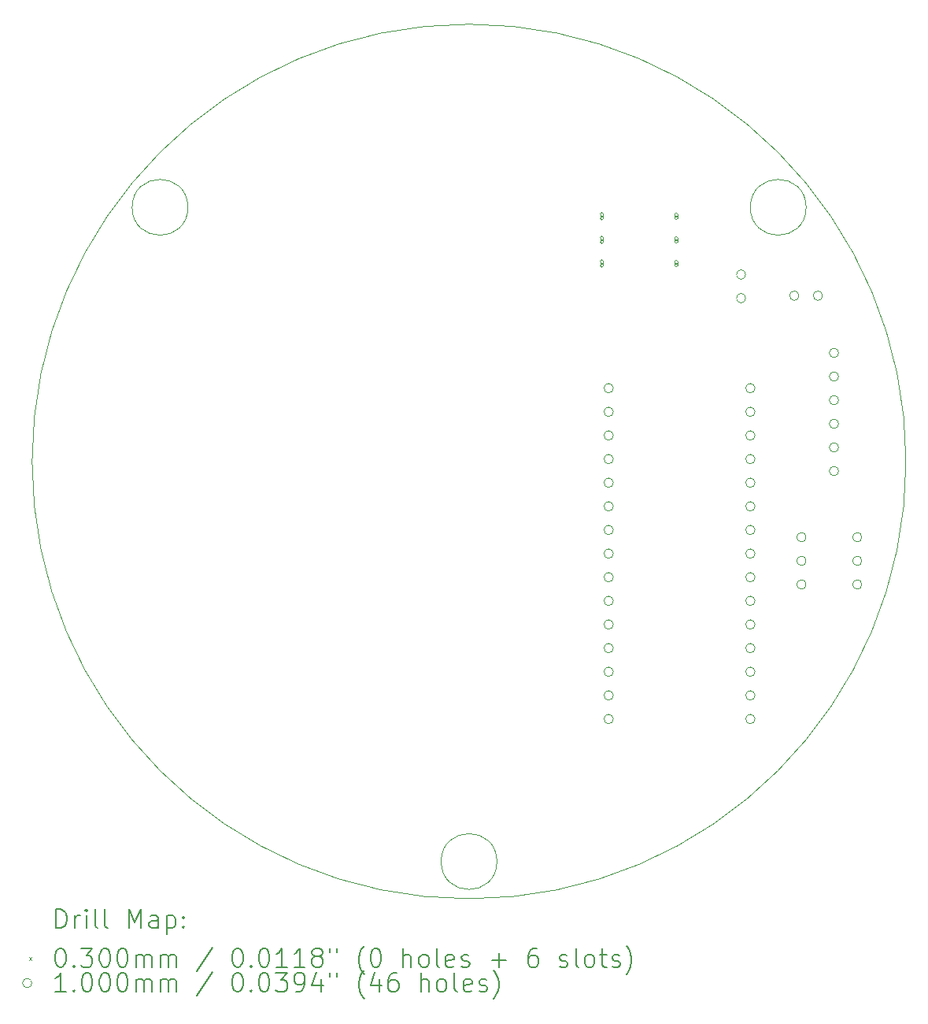
<source format=gbr>
%TF.GenerationSoftware,KiCad,Pcbnew,8.0.1*%
%TF.CreationDate,2024-06-11T18:43:05+02:00*%
%TF.ProjectId,PCB_Plaque_Haute,5043425f-506c-4617-9175-655f48617574,C.Roche*%
%TF.SameCoordinates,Original*%
%TF.FileFunction,Drillmap*%
%TF.FilePolarity,Positive*%
%FSLAX45Y45*%
G04 Gerber Fmt 4.5, Leading zero omitted, Abs format (unit mm)*
G04 Created by KiCad (PCBNEW 8.0.1) date 2024-06-11 18:43:05*
%MOMM*%
%LPD*%
G01*
G04 APERTURE LIST*
%ADD10C,0.100000*%
%ADD11C,0.050000*%
%ADD12C,0.200000*%
G04 APERTURE END LIST*
D10*
X12550000Y-7200000D02*
G75*
G02*
X11950000Y-7200000I-300000J0D01*
G01*
X11950000Y-7200000D02*
G75*
G02*
X12550000Y-7200000I300000J0D01*
G01*
X15874000Y-14232000D02*
G75*
G02*
X15274000Y-14232000I-300000J0D01*
G01*
X15274000Y-14232000D02*
G75*
G02*
X15874000Y-14232000I300000J0D01*
G01*
X19200000Y-7200000D02*
G75*
G02*
X18600000Y-7200000I-300000J0D01*
G01*
X18600000Y-7200000D02*
G75*
G02*
X19200000Y-7200000I300000J0D01*
G01*
D11*
X20274000Y-9932000D02*
G75*
G02*
X10874000Y-9932000I-4700000J0D01*
G01*
X10874000Y-9932000D02*
G75*
G02*
X20274000Y-9932000I4700000J0D01*
G01*
D12*
D10*
X16985000Y-7281000D02*
X17015000Y-7311000D01*
X17015000Y-7281000D02*
X16985000Y-7311000D01*
X17015000Y-7321000D02*
X17015000Y-7271000D01*
X16985000Y-7271000D02*
G75*
G02*
X17015000Y-7271000I15000J0D01*
G01*
X16985000Y-7271000D02*
X16985000Y-7321000D01*
X16985000Y-7321000D02*
G75*
G03*
X17015000Y-7321000I15000J0D01*
G01*
X16985000Y-7535000D02*
X17015000Y-7565000D01*
X17015000Y-7535000D02*
X16985000Y-7565000D01*
X17015000Y-7575000D02*
X17015000Y-7525000D01*
X16985000Y-7525000D02*
G75*
G02*
X17015000Y-7525000I15000J0D01*
G01*
X16985000Y-7525000D02*
X16985000Y-7575000D01*
X16985000Y-7575000D02*
G75*
G03*
X17015000Y-7575000I15000J0D01*
G01*
X16985000Y-7789000D02*
X17015000Y-7819000D01*
X17015000Y-7789000D02*
X16985000Y-7819000D01*
X17015000Y-7829000D02*
X17015000Y-7779000D01*
X16985000Y-7779000D02*
G75*
G02*
X17015000Y-7779000I15000J0D01*
G01*
X16985000Y-7779000D02*
X16985000Y-7829000D01*
X16985000Y-7829000D02*
G75*
G03*
X17015000Y-7829000I15000J0D01*
G01*
X17785000Y-7281000D02*
X17815000Y-7311000D01*
X17815000Y-7281000D02*
X17785000Y-7311000D01*
X17815000Y-7321000D02*
X17815000Y-7271000D01*
X17785000Y-7271000D02*
G75*
G02*
X17815000Y-7271000I15000J0D01*
G01*
X17785000Y-7271000D02*
X17785000Y-7321000D01*
X17785000Y-7321000D02*
G75*
G03*
X17815000Y-7321000I15000J0D01*
G01*
X17785000Y-7535000D02*
X17815000Y-7565000D01*
X17815000Y-7535000D02*
X17785000Y-7565000D01*
X17815000Y-7575000D02*
X17815000Y-7525000D01*
X17785000Y-7525000D02*
G75*
G02*
X17815000Y-7525000I15000J0D01*
G01*
X17785000Y-7525000D02*
X17785000Y-7575000D01*
X17785000Y-7575000D02*
G75*
G03*
X17815000Y-7575000I15000J0D01*
G01*
X17785000Y-7789000D02*
X17815000Y-7819000D01*
X17815000Y-7789000D02*
X17785000Y-7819000D01*
X17815000Y-7829000D02*
X17815000Y-7779000D01*
X17785000Y-7779000D02*
G75*
G02*
X17815000Y-7779000I15000J0D01*
G01*
X17785000Y-7779000D02*
X17785000Y-7829000D01*
X17785000Y-7829000D02*
G75*
G03*
X17815000Y-7829000I15000J0D01*
G01*
X17126000Y-9144000D02*
G75*
G02*
X17026000Y-9144000I-50000J0D01*
G01*
X17026000Y-9144000D02*
G75*
G02*
X17126000Y-9144000I50000J0D01*
G01*
X17126000Y-9398000D02*
G75*
G02*
X17026000Y-9398000I-50000J0D01*
G01*
X17026000Y-9398000D02*
G75*
G02*
X17126000Y-9398000I50000J0D01*
G01*
X17126000Y-9652000D02*
G75*
G02*
X17026000Y-9652000I-50000J0D01*
G01*
X17026000Y-9652000D02*
G75*
G02*
X17126000Y-9652000I50000J0D01*
G01*
X17126000Y-9906000D02*
G75*
G02*
X17026000Y-9906000I-50000J0D01*
G01*
X17026000Y-9906000D02*
G75*
G02*
X17126000Y-9906000I50000J0D01*
G01*
X17126000Y-10160000D02*
G75*
G02*
X17026000Y-10160000I-50000J0D01*
G01*
X17026000Y-10160000D02*
G75*
G02*
X17126000Y-10160000I50000J0D01*
G01*
X17126000Y-10414000D02*
G75*
G02*
X17026000Y-10414000I-50000J0D01*
G01*
X17026000Y-10414000D02*
G75*
G02*
X17126000Y-10414000I50000J0D01*
G01*
X17126000Y-10668000D02*
G75*
G02*
X17026000Y-10668000I-50000J0D01*
G01*
X17026000Y-10668000D02*
G75*
G02*
X17126000Y-10668000I50000J0D01*
G01*
X17126000Y-10922000D02*
G75*
G02*
X17026000Y-10922000I-50000J0D01*
G01*
X17026000Y-10922000D02*
G75*
G02*
X17126000Y-10922000I50000J0D01*
G01*
X17126000Y-11176000D02*
G75*
G02*
X17026000Y-11176000I-50000J0D01*
G01*
X17026000Y-11176000D02*
G75*
G02*
X17126000Y-11176000I50000J0D01*
G01*
X17126000Y-11430000D02*
G75*
G02*
X17026000Y-11430000I-50000J0D01*
G01*
X17026000Y-11430000D02*
G75*
G02*
X17126000Y-11430000I50000J0D01*
G01*
X17126000Y-11684000D02*
G75*
G02*
X17026000Y-11684000I-50000J0D01*
G01*
X17026000Y-11684000D02*
G75*
G02*
X17126000Y-11684000I50000J0D01*
G01*
X17126000Y-11938000D02*
G75*
G02*
X17026000Y-11938000I-50000J0D01*
G01*
X17026000Y-11938000D02*
G75*
G02*
X17126000Y-11938000I50000J0D01*
G01*
X17126000Y-12192000D02*
G75*
G02*
X17026000Y-12192000I-50000J0D01*
G01*
X17026000Y-12192000D02*
G75*
G02*
X17126000Y-12192000I50000J0D01*
G01*
X17126000Y-12446000D02*
G75*
G02*
X17026000Y-12446000I-50000J0D01*
G01*
X17026000Y-12446000D02*
G75*
G02*
X17126000Y-12446000I50000J0D01*
G01*
X17126000Y-12700000D02*
G75*
G02*
X17026000Y-12700000I-50000J0D01*
G01*
X17026000Y-12700000D02*
G75*
G02*
X17126000Y-12700000I50000J0D01*
G01*
X18550000Y-7922500D02*
G75*
G02*
X18450000Y-7922500I-50000J0D01*
G01*
X18450000Y-7922500D02*
G75*
G02*
X18550000Y-7922500I50000J0D01*
G01*
X18550000Y-8176500D02*
G75*
G02*
X18450000Y-8176500I-50000J0D01*
G01*
X18450000Y-8176500D02*
G75*
G02*
X18550000Y-8176500I50000J0D01*
G01*
X18650000Y-9144000D02*
G75*
G02*
X18550000Y-9144000I-50000J0D01*
G01*
X18550000Y-9144000D02*
G75*
G02*
X18650000Y-9144000I50000J0D01*
G01*
X18650000Y-9398000D02*
G75*
G02*
X18550000Y-9398000I-50000J0D01*
G01*
X18550000Y-9398000D02*
G75*
G02*
X18650000Y-9398000I50000J0D01*
G01*
X18650000Y-9652000D02*
G75*
G02*
X18550000Y-9652000I-50000J0D01*
G01*
X18550000Y-9652000D02*
G75*
G02*
X18650000Y-9652000I50000J0D01*
G01*
X18650000Y-9906000D02*
G75*
G02*
X18550000Y-9906000I-50000J0D01*
G01*
X18550000Y-9906000D02*
G75*
G02*
X18650000Y-9906000I50000J0D01*
G01*
X18650000Y-10160000D02*
G75*
G02*
X18550000Y-10160000I-50000J0D01*
G01*
X18550000Y-10160000D02*
G75*
G02*
X18650000Y-10160000I50000J0D01*
G01*
X18650000Y-10414000D02*
G75*
G02*
X18550000Y-10414000I-50000J0D01*
G01*
X18550000Y-10414000D02*
G75*
G02*
X18650000Y-10414000I50000J0D01*
G01*
X18650000Y-10668000D02*
G75*
G02*
X18550000Y-10668000I-50000J0D01*
G01*
X18550000Y-10668000D02*
G75*
G02*
X18650000Y-10668000I50000J0D01*
G01*
X18650000Y-10922000D02*
G75*
G02*
X18550000Y-10922000I-50000J0D01*
G01*
X18550000Y-10922000D02*
G75*
G02*
X18650000Y-10922000I50000J0D01*
G01*
X18650000Y-11176000D02*
G75*
G02*
X18550000Y-11176000I-50000J0D01*
G01*
X18550000Y-11176000D02*
G75*
G02*
X18650000Y-11176000I50000J0D01*
G01*
X18650000Y-11430000D02*
G75*
G02*
X18550000Y-11430000I-50000J0D01*
G01*
X18550000Y-11430000D02*
G75*
G02*
X18650000Y-11430000I50000J0D01*
G01*
X18650000Y-11684000D02*
G75*
G02*
X18550000Y-11684000I-50000J0D01*
G01*
X18550000Y-11684000D02*
G75*
G02*
X18650000Y-11684000I50000J0D01*
G01*
X18650000Y-11938000D02*
G75*
G02*
X18550000Y-11938000I-50000J0D01*
G01*
X18550000Y-11938000D02*
G75*
G02*
X18650000Y-11938000I50000J0D01*
G01*
X18650000Y-12192000D02*
G75*
G02*
X18550000Y-12192000I-50000J0D01*
G01*
X18550000Y-12192000D02*
G75*
G02*
X18650000Y-12192000I50000J0D01*
G01*
X18650000Y-12446000D02*
G75*
G02*
X18550000Y-12446000I-50000J0D01*
G01*
X18550000Y-12446000D02*
G75*
G02*
X18650000Y-12446000I50000J0D01*
G01*
X18650000Y-12700000D02*
G75*
G02*
X18550000Y-12700000I-50000J0D01*
G01*
X18550000Y-12700000D02*
G75*
G02*
X18650000Y-12700000I50000J0D01*
G01*
X19122500Y-8150000D02*
G75*
G02*
X19022500Y-8150000I-50000J0D01*
G01*
X19022500Y-8150000D02*
G75*
G02*
X19122500Y-8150000I50000J0D01*
G01*
X19200000Y-10746000D02*
G75*
G02*
X19100000Y-10746000I-50000J0D01*
G01*
X19100000Y-10746000D02*
G75*
G02*
X19200000Y-10746000I50000J0D01*
G01*
X19200000Y-11000000D02*
G75*
G02*
X19100000Y-11000000I-50000J0D01*
G01*
X19100000Y-11000000D02*
G75*
G02*
X19200000Y-11000000I50000J0D01*
G01*
X19200000Y-11254000D02*
G75*
G02*
X19100000Y-11254000I-50000J0D01*
G01*
X19100000Y-11254000D02*
G75*
G02*
X19200000Y-11254000I50000J0D01*
G01*
X19376500Y-8150000D02*
G75*
G02*
X19276500Y-8150000I-50000J0D01*
G01*
X19276500Y-8150000D02*
G75*
G02*
X19376500Y-8150000I50000J0D01*
G01*
X19550000Y-8765000D02*
G75*
G02*
X19450000Y-8765000I-50000J0D01*
G01*
X19450000Y-8765000D02*
G75*
G02*
X19550000Y-8765000I50000J0D01*
G01*
X19550000Y-9019000D02*
G75*
G02*
X19450000Y-9019000I-50000J0D01*
G01*
X19450000Y-9019000D02*
G75*
G02*
X19550000Y-9019000I50000J0D01*
G01*
X19550000Y-9273000D02*
G75*
G02*
X19450000Y-9273000I-50000J0D01*
G01*
X19450000Y-9273000D02*
G75*
G02*
X19550000Y-9273000I50000J0D01*
G01*
X19550000Y-9527000D02*
G75*
G02*
X19450000Y-9527000I-50000J0D01*
G01*
X19450000Y-9527000D02*
G75*
G02*
X19550000Y-9527000I50000J0D01*
G01*
X19550000Y-9781000D02*
G75*
G02*
X19450000Y-9781000I-50000J0D01*
G01*
X19450000Y-9781000D02*
G75*
G02*
X19550000Y-9781000I50000J0D01*
G01*
X19550000Y-10035000D02*
G75*
G02*
X19450000Y-10035000I-50000J0D01*
G01*
X19450000Y-10035000D02*
G75*
G02*
X19550000Y-10035000I50000J0D01*
G01*
X19800000Y-10746000D02*
G75*
G02*
X19700000Y-10746000I-50000J0D01*
G01*
X19700000Y-10746000D02*
G75*
G02*
X19800000Y-10746000I50000J0D01*
G01*
X19800000Y-11000000D02*
G75*
G02*
X19700000Y-11000000I-50000J0D01*
G01*
X19700000Y-11000000D02*
G75*
G02*
X19800000Y-11000000I50000J0D01*
G01*
X19800000Y-11254000D02*
G75*
G02*
X19700000Y-11254000I-50000J0D01*
G01*
X19700000Y-11254000D02*
G75*
G02*
X19800000Y-11254000I50000J0D01*
G01*
D12*
X11132277Y-14945984D02*
X11132277Y-14745984D01*
X11132277Y-14745984D02*
X11179896Y-14745984D01*
X11179896Y-14745984D02*
X11208467Y-14755508D01*
X11208467Y-14755508D02*
X11227515Y-14774555D01*
X11227515Y-14774555D02*
X11237039Y-14793603D01*
X11237039Y-14793603D02*
X11246562Y-14831698D01*
X11246562Y-14831698D02*
X11246562Y-14860269D01*
X11246562Y-14860269D02*
X11237039Y-14898365D01*
X11237039Y-14898365D02*
X11227515Y-14917412D01*
X11227515Y-14917412D02*
X11208467Y-14936460D01*
X11208467Y-14936460D02*
X11179896Y-14945984D01*
X11179896Y-14945984D02*
X11132277Y-14945984D01*
X11332277Y-14945984D02*
X11332277Y-14812650D01*
X11332277Y-14850746D02*
X11341801Y-14831698D01*
X11341801Y-14831698D02*
X11351324Y-14822174D01*
X11351324Y-14822174D02*
X11370372Y-14812650D01*
X11370372Y-14812650D02*
X11389420Y-14812650D01*
X11456086Y-14945984D02*
X11456086Y-14812650D01*
X11456086Y-14745984D02*
X11446562Y-14755508D01*
X11446562Y-14755508D02*
X11456086Y-14765031D01*
X11456086Y-14765031D02*
X11465610Y-14755508D01*
X11465610Y-14755508D02*
X11456086Y-14745984D01*
X11456086Y-14745984D02*
X11456086Y-14765031D01*
X11579896Y-14945984D02*
X11560848Y-14936460D01*
X11560848Y-14936460D02*
X11551324Y-14917412D01*
X11551324Y-14917412D02*
X11551324Y-14745984D01*
X11684658Y-14945984D02*
X11665610Y-14936460D01*
X11665610Y-14936460D02*
X11656086Y-14917412D01*
X11656086Y-14917412D02*
X11656086Y-14745984D01*
X11913229Y-14945984D02*
X11913229Y-14745984D01*
X11913229Y-14745984D02*
X11979896Y-14888841D01*
X11979896Y-14888841D02*
X12046562Y-14745984D01*
X12046562Y-14745984D02*
X12046562Y-14945984D01*
X12227515Y-14945984D02*
X12227515Y-14841222D01*
X12227515Y-14841222D02*
X12217991Y-14822174D01*
X12217991Y-14822174D02*
X12198943Y-14812650D01*
X12198943Y-14812650D02*
X12160848Y-14812650D01*
X12160848Y-14812650D02*
X12141801Y-14822174D01*
X12227515Y-14936460D02*
X12208467Y-14945984D01*
X12208467Y-14945984D02*
X12160848Y-14945984D01*
X12160848Y-14945984D02*
X12141801Y-14936460D01*
X12141801Y-14936460D02*
X12132277Y-14917412D01*
X12132277Y-14917412D02*
X12132277Y-14898365D01*
X12132277Y-14898365D02*
X12141801Y-14879317D01*
X12141801Y-14879317D02*
X12160848Y-14869793D01*
X12160848Y-14869793D02*
X12208467Y-14869793D01*
X12208467Y-14869793D02*
X12227515Y-14860269D01*
X12322753Y-14812650D02*
X12322753Y-15012650D01*
X12322753Y-14822174D02*
X12341801Y-14812650D01*
X12341801Y-14812650D02*
X12379896Y-14812650D01*
X12379896Y-14812650D02*
X12398943Y-14822174D01*
X12398943Y-14822174D02*
X12408467Y-14831698D01*
X12408467Y-14831698D02*
X12417991Y-14850746D01*
X12417991Y-14850746D02*
X12417991Y-14907888D01*
X12417991Y-14907888D02*
X12408467Y-14926936D01*
X12408467Y-14926936D02*
X12398943Y-14936460D01*
X12398943Y-14936460D02*
X12379896Y-14945984D01*
X12379896Y-14945984D02*
X12341801Y-14945984D01*
X12341801Y-14945984D02*
X12322753Y-14936460D01*
X12503705Y-14926936D02*
X12513229Y-14936460D01*
X12513229Y-14936460D02*
X12503705Y-14945984D01*
X12503705Y-14945984D02*
X12494182Y-14936460D01*
X12494182Y-14936460D02*
X12503705Y-14926936D01*
X12503705Y-14926936D02*
X12503705Y-14945984D01*
X12503705Y-14822174D02*
X12513229Y-14831698D01*
X12513229Y-14831698D02*
X12503705Y-14841222D01*
X12503705Y-14841222D02*
X12494182Y-14831698D01*
X12494182Y-14831698D02*
X12503705Y-14822174D01*
X12503705Y-14822174D02*
X12503705Y-14841222D01*
D10*
X10841500Y-15259500D02*
X10871500Y-15289500D01*
X10871500Y-15259500D02*
X10841500Y-15289500D01*
D12*
X11170372Y-15165984D02*
X11189420Y-15165984D01*
X11189420Y-15165984D02*
X11208467Y-15175508D01*
X11208467Y-15175508D02*
X11217991Y-15185031D01*
X11217991Y-15185031D02*
X11227515Y-15204079D01*
X11227515Y-15204079D02*
X11237039Y-15242174D01*
X11237039Y-15242174D02*
X11237039Y-15289793D01*
X11237039Y-15289793D02*
X11227515Y-15327888D01*
X11227515Y-15327888D02*
X11217991Y-15346936D01*
X11217991Y-15346936D02*
X11208467Y-15356460D01*
X11208467Y-15356460D02*
X11189420Y-15365984D01*
X11189420Y-15365984D02*
X11170372Y-15365984D01*
X11170372Y-15365984D02*
X11151324Y-15356460D01*
X11151324Y-15356460D02*
X11141801Y-15346936D01*
X11141801Y-15346936D02*
X11132277Y-15327888D01*
X11132277Y-15327888D02*
X11122753Y-15289793D01*
X11122753Y-15289793D02*
X11122753Y-15242174D01*
X11122753Y-15242174D02*
X11132277Y-15204079D01*
X11132277Y-15204079D02*
X11141801Y-15185031D01*
X11141801Y-15185031D02*
X11151324Y-15175508D01*
X11151324Y-15175508D02*
X11170372Y-15165984D01*
X11322753Y-15346936D02*
X11332277Y-15356460D01*
X11332277Y-15356460D02*
X11322753Y-15365984D01*
X11322753Y-15365984D02*
X11313229Y-15356460D01*
X11313229Y-15356460D02*
X11322753Y-15346936D01*
X11322753Y-15346936D02*
X11322753Y-15365984D01*
X11398943Y-15165984D02*
X11522753Y-15165984D01*
X11522753Y-15165984D02*
X11456086Y-15242174D01*
X11456086Y-15242174D02*
X11484658Y-15242174D01*
X11484658Y-15242174D02*
X11503705Y-15251698D01*
X11503705Y-15251698D02*
X11513229Y-15261222D01*
X11513229Y-15261222D02*
X11522753Y-15280269D01*
X11522753Y-15280269D02*
X11522753Y-15327888D01*
X11522753Y-15327888D02*
X11513229Y-15346936D01*
X11513229Y-15346936D02*
X11503705Y-15356460D01*
X11503705Y-15356460D02*
X11484658Y-15365984D01*
X11484658Y-15365984D02*
X11427515Y-15365984D01*
X11427515Y-15365984D02*
X11408467Y-15356460D01*
X11408467Y-15356460D02*
X11398943Y-15346936D01*
X11646562Y-15165984D02*
X11665610Y-15165984D01*
X11665610Y-15165984D02*
X11684658Y-15175508D01*
X11684658Y-15175508D02*
X11694182Y-15185031D01*
X11694182Y-15185031D02*
X11703705Y-15204079D01*
X11703705Y-15204079D02*
X11713229Y-15242174D01*
X11713229Y-15242174D02*
X11713229Y-15289793D01*
X11713229Y-15289793D02*
X11703705Y-15327888D01*
X11703705Y-15327888D02*
X11694182Y-15346936D01*
X11694182Y-15346936D02*
X11684658Y-15356460D01*
X11684658Y-15356460D02*
X11665610Y-15365984D01*
X11665610Y-15365984D02*
X11646562Y-15365984D01*
X11646562Y-15365984D02*
X11627515Y-15356460D01*
X11627515Y-15356460D02*
X11617991Y-15346936D01*
X11617991Y-15346936D02*
X11608467Y-15327888D01*
X11608467Y-15327888D02*
X11598943Y-15289793D01*
X11598943Y-15289793D02*
X11598943Y-15242174D01*
X11598943Y-15242174D02*
X11608467Y-15204079D01*
X11608467Y-15204079D02*
X11617991Y-15185031D01*
X11617991Y-15185031D02*
X11627515Y-15175508D01*
X11627515Y-15175508D02*
X11646562Y-15165984D01*
X11837039Y-15165984D02*
X11856086Y-15165984D01*
X11856086Y-15165984D02*
X11875134Y-15175508D01*
X11875134Y-15175508D02*
X11884658Y-15185031D01*
X11884658Y-15185031D02*
X11894182Y-15204079D01*
X11894182Y-15204079D02*
X11903705Y-15242174D01*
X11903705Y-15242174D02*
X11903705Y-15289793D01*
X11903705Y-15289793D02*
X11894182Y-15327888D01*
X11894182Y-15327888D02*
X11884658Y-15346936D01*
X11884658Y-15346936D02*
X11875134Y-15356460D01*
X11875134Y-15356460D02*
X11856086Y-15365984D01*
X11856086Y-15365984D02*
X11837039Y-15365984D01*
X11837039Y-15365984D02*
X11817991Y-15356460D01*
X11817991Y-15356460D02*
X11808467Y-15346936D01*
X11808467Y-15346936D02*
X11798943Y-15327888D01*
X11798943Y-15327888D02*
X11789420Y-15289793D01*
X11789420Y-15289793D02*
X11789420Y-15242174D01*
X11789420Y-15242174D02*
X11798943Y-15204079D01*
X11798943Y-15204079D02*
X11808467Y-15185031D01*
X11808467Y-15185031D02*
X11817991Y-15175508D01*
X11817991Y-15175508D02*
X11837039Y-15165984D01*
X11989420Y-15365984D02*
X11989420Y-15232650D01*
X11989420Y-15251698D02*
X11998943Y-15242174D01*
X11998943Y-15242174D02*
X12017991Y-15232650D01*
X12017991Y-15232650D02*
X12046563Y-15232650D01*
X12046563Y-15232650D02*
X12065610Y-15242174D01*
X12065610Y-15242174D02*
X12075134Y-15261222D01*
X12075134Y-15261222D02*
X12075134Y-15365984D01*
X12075134Y-15261222D02*
X12084658Y-15242174D01*
X12084658Y-15242174D02*
X12103705Y-15232650D01*
X12103705Y-15232650D02*
X12132277Y-15232650D01*
X12132277Y-15232650D02*
X12151324Y-15242174D01*
X12151324Y-15242174D02*
X12160848Y-15261222D01*
X12160848Y-15261222D02*
X12160848Y-15365984D01*
X12256086Y-15365984D02*
X12256086Y-15232650D01*
X12256086Y-15251698D02*
X12265610Y-15242174D01*
X12265610Y-15242174D02*
X12284658Y-15232650D01*
X12284658Y-15232650D02*
X12313229Y-15232650D01*
X12313229Y-15232650D02*
X12332277Y-15242174D01*
X12332277Y-15242174D02*
X12341801Y-15261222D01*
X12341801Y-15261222D02*
X12341801Y-15365984D01*
X12341801Y-15261222D02*
X12351324Y-15242174D01*
X12351324Y-15242174D02*
X12370372Y-15232650D01*
X12370372Y-15232650D02*
X12398943Y-15232650D01*
X12398943Y-15232650D02*
X12417991Y-15242174D01*
X12417991Y-15242174D02*
X12427515Y-15261222D01*
X12427515Y-15261222D02*
X12427515Y-15365984D01*
X12817991Y-15156460D02*
X12646563Y-15413603D01*
X13075134Y-15165984D02*
X13094182Y-15165984D01*
X13094182Y-15165984D02*
X13113229Y-15175508D01*
X13113229Y-15175508D02*
X13122753Y-15185031D01*
X13122753Y-15185031D02*
X13132277Y-15204079D01*
X13132277Y-15204079D02*
X13141801Y-15242174D01*
X13141801Y-15242174D02*
X13141801Y-15289793D01*
X13141801Y-15289793D02*
X13132277Y-15327888D01*
X13132277Y-15327888D02*
X13122753Y-15346936D01*
X13122753Y-15346936D02*
X13113229Y-15356460D01*
X13113229Y-15356460D02*
X13094182Y-15365984D01*
X13094182Y-15365984D02*
X13075134Y-15365984D01*
X13075134Y-15365984D02*
X13056086Y-15356460D01*
X13056086Y-15356460D02*
X13046563Y-15346936D01*
X13046563Y-15346936D02*
X13037039Y-15327888D01*
X13037039Y-15327888D02*
X13027515Y-15289793D01*
X13027515Y-15289793D02*
X13027515Y-15242174D01*
X13027515Y-15242174D02*
X13037039Y-15204079D01*
X13037039Y-15204079D02*
X13046563Y-15185031D01*
X13046563Y-15185031D02*
X13056086Y-15175508D01*
X13056086Y-15175508D02*
X13075134Y-15165984D01*
X13227515Y-15346936D02*
X13237039Y-15356460D01*
X13237039Y-15356460D02*
X13227515Y-15365984D01*
X13227515Y-15365984D02*
X13217991Y-15356460D01*
X13217991Y-15356460D02*
X13227515Y-15346936D01*
X13227515Y-15346936D02*
X13227515Y-15365984D01*
X13360848Y-15165984D02*
X13379896Y-15165984D01*
X13379896Y-15165984D02*
X13398944Y-15175508D01*
X13398944Y-15175508D02*
X13408467Y-15185031D01*
X13408467Y-15185031D02*
X13417991Y-15204079D01*
X13417991Y-15204079D02*
X13427515Y-15242174D01*
X13427515Y-15242174D02*
X13427515Y-15289793D01*
X13427515Y-15289793D02*
X13417991Y-15327888D01*
X13417991Y-15327888D02*
X13408467Y-15346936D01*
X13408467Y-15346936D02*
X13398944Y-15356460D01*
X13398944Y-15356460D02*
X13379896Y-15365984D01*
X13379896Y-15365984D02*
X13360848Y-15365984D01*
X13360848Y-15365984D02*
X13341801Y-15356460D01*
X13341801Y-15356460D02*
X13332277Y-15346936D01*
X13332277Y-15346936D02*
X13322753Y-15327888D01*
X13322753Y-15327888D02*
X13313229Y-15289793D01*
X13313229Y-15289793D02*
X13313229Y-15242174D01*
X13313229Y-15242174D02*
X13322753Y-15204079D01*
X13322753Y-15204079D02*
X13332277Y-15185031D01*
X13332277Y-15185031D02*
X13341801Y-15175508D01*
X13341801Y-15175508D02*
X13360848Y-15165984D01*
X13617991Y-15365984D02*
X13503706Y-15365984D01*
X13560848Y-15365984D02*
X13560848Y-15165984D01*
X13560848Y-15165984D02*
X13541801Y-15194555D01*
X13541801Y-15194555D02*
X13522753Y-15213603D01*
X13522753Y-15213603D02*
X13503706Y-15223127D01*
X13808467Y-15365984D02*
X13694182Y-15365984D01*
X13751325Y-15365984D02*
X13751325Y-15165984D01*
X13751325Y-15165984D02*
X13732277Y-15194555D01*
X13732277Y-15194555D02*
X13713229Y-15213603D01*
X13713229Y-15213603D02*
X13694182Y-15223127D01*
X13922753Y-15251698D02*
X13903706Y-15242174D01*
X13903706Y-15242174D02*
X13894182Y-15232650D01*
X13894182Y-15232650D02*
X13884658Y-15213603D01*
X13884658Y-15213603D02*
X13884658Y-15204079D01*
X13884658Y-15204079D02*
X13894182Y-15185031D01*
X13894182Y-15185031D02*
X13903706Y-15175508D01*
X13903706Y-15175508D02*
X13922753Y-15165984D01*
X13922753Y-15165984D02*
X13960848Y-15165984D01*
X13960848Y-15165984D02*
X13979896Y-15175508D01*
X13979896Y-15175508D02*
X13989420Y-15185031D01*
X13989420Y-15185031D02*
X13998944Y-15204079D01*
X13998944Y-15204079D02*
X13998944Y-15213603D01*
X13998944Y-15213603D02*
X13989420Y-15232650D01*
X13989420Y-15232650D02*
X13979896Y-15242174D01*
X13979896Y-15242174D02*
X13960848Y-15251698D01*
X13960848Y-15251698D02*
X13922753Y-15251698D01*
X13922753Y-15251698D02*
X13903706Y-15261222D01*
X13903706Y-15261222D02*
X13894182Y-15270746D01*
X13894182Y-15270746D02*
X13884658Y-15289793D01*
X13884658Y-15289793D02*
X13884658Y-15327888D01*
X13884658Y-15327888D02*
X13894182Y-15346936D01*
X13894182Y-15346936D02*
X13903706Y-15356460D01*
X13903706Y-15356460D02*
X13922753Y-15365984D01*
X13922753Y-15365984D02*
X13960848Y-15365984D01*
X13960848Y-15365984D02*
X13979896Y-15356460D01*
X13979896Y-15356460D02*
X13989420Y-15346936D01*
X13989420Y-15346936D02*
X13998944Y-15327888D01*
X13998944Y-15327888D02*
X13998944Y-15289793D01*
X13998944Y-15289793D02*
X13989420Y-15270746D01*
X13989420Y-15270746D02*
X13979896Y-15261222D01*
X13979896Y-15261222D02*
X13960848Y-15251698D01*
X14075134Y-15165984D02*
X14075134Y-15204079D01*
X14151325Y-15165984D02*
X14151325Y-15204079D01*
X14446563Y-15442174D02*
X14437039Y-15432650D01*
X14437039Y-15432650D02*
X14417991Y-15404079D01*
X14417991Y-15404079D02*
X14408468Y-15385031D01*
X14408468Y-15385031D02*
X14398944Y-15356460D01*
X14398944Y-15356460D02*
X14389420Y-15308841D01*
X14389420Y-15308841D02*
X14389420Y-15270746D01*
X14389420Y-15270746D02*
X14398944Y-15223127D01*
X14398944Y-15223127D02*
X14408468Y-15194555D01*
X14408468Y-15194555D02*
X14417991Y-15175508D01*
X14417991Y-15175508D02*
X14437039Y-15146936D01*
X14437039Y-15146936D02*
X14446563Y-15137412D01*
X14560848Y-15165984D02*
X14579896Y-15165984D01*
X14579896Y-15165984D02*
X14598944Y-15175508D01*
X14598944Y-15175508D02*
X14608468Y-15185031D01*
X14608468Y-15185031D02*
X14617991Y-15204079D01*
X14617991Y-15204079D02*
X14627515Y-15242174D01*
X14627515Y-15242174D02*
X14627515Y-15289793D01*
X14627515Y-15289793D02*
X14617991Y-15327888D01*
X14617991Y-15327888D02*
X14608468Y-15346936D01*
X14608468Y-15346936D02*
X14598944Y-15356460D01*
X14598944Y-15356460D02*
X14579896Y-15365984D01*
X14579896Y-15365984D02*
X14560848Y-15365984D01*
X14560848Y-15365984D02*
X14541801Y-15356460D01*
X14541801Y-15356460D02*
X14532277Y-15346936D01*
X14532277Y-15346936D02*
X14522753Y-15327888D01*
X14522753Y-15327888D02*
X14513229Y-15289793D01*
X14513229Y-15289793D02*
X14513229Y-15242174D01*
X14513229Y-15242174D02*
X14522753Y-15204079D01*
X14522753Y-15204079D02*
X14532277Y-15185031D01*
X14532277Y-15185031D02*
X14541801Y-15175508D01*
X14541801Y-15175508D02*
X14560848Y-15165984D01*
X14865610Y-15365984D02*
X14865610Y-15165984D01*
X14951325Y-15365984D02*
X14951325Y-15261222D01*
X14951325Y-15261222D02*
X14941801Y-15242174D01*
X14941801Y-15242174D02*
X14922753Y-15232650D01*
X14922753Y-15232650D02*
X14894182Y-15232650D01*
X14894182Y-15232650D02*
X14875134Y-15242174D01*
X14875134Y-15242174D02*
X14865610Y-15251698D01*
X15075134Y-15365984D02*
X15056087Y-15356460D01*
X15056087Y-15356460D02*
X15046563Y-15346936D01*
X15046563Y-15346936D02*
X15037039Y-15327888D01*
X15037039Y-15327888D02*
X15037039Y-15270746D01*
X15037039Y-15270746D02*
X15046563Y-15251698D01*
X15046563Y-15251698D02*
X15056087Y-15242174D01*
X15056087Y-15242174D02*
X15075134Y-15232650D01*
X15075134Y-15232650D02*
X15103706Y-15232650D01*
X15103706Y-15232650D02*
X15122753Y-15242174D01*
X15122753Y-15242174D02*
X15132277Y-15251698D01*
X15132277Y-15251698D02*
X15141801Y-15270746D01*
X15141801Y-15270746D02*
X15141801Y-15327888D01*
X15141801Y-15327888D02*
X15132277Y-15346936D01*
X15132277Y-15346936D02*
X15122753Y-15356460D01*
X15122753Y-15356460D02*
X15103706Y-15365984D01*
X15103706Y-15365984D02*
X15075134Y-15365984D01*
X15256087Y-15365984D02*
X15237039Y-15356460D01*
X15237039Y-15356460D02*
X15227515Y-15337412D01*
X15227515Y-15337412D02*
X15227515Y-15165984D01*
X15408468Y-15356460D02*
X15389420Y-15365984D01*
X15389420Y-15365984D02*
X15351325Y-15365984D01*
X15351325Y-15365984D02*
X15332277Y-15356460D01*
X15332277Y-15356460D02*
X15322753Y-15337412D01*
X15322753Y-15337412D02*
X15322753Y-15261222D01*
X15322753Y-15261222D02*
X15332277Y-15242174D01*
X15332277Y-15242174D02*
X15351325Y-15232650D01*
X15351325Y-15232650D02*
X15389420Y-15232650D01*
X15389420Y-15232650D02*
X15408468Y-15242174D01*
X15408468Y-15242174D02*
X15417991Y-15261222D01*
X15417991Y-15261222D02*
X15417991Y-15280269D01*
X15417991Y-15280269D02*
X15322753Y-15299317D01*
X15494182Y-15356460D02*
X15513230Y-15365984D01*
X15513230Y-15365984D02*
X15551325Y-15365984D01*
X15551325Y-15365984D02*
X15570372Y-15356460D01*
X15570372Y-15356460D02*
X15579896Y-15337412D01*
X15579896Y-15337412D02*
X15579896Y-15327888D01*
X15579896Y-15327888D02*
X15570372Y-15308841D01*
X15570372Y-15308841D02*
X15551325Y-15299317D01*
X15551325Y-15299317D02*
X15522753Y-15299317D01*
X15522753Y-15299317D02*
X15503706Y-15289793D01*
X15503706Y-15289793D02*
X15494182Y-15270746D01*
X15494182Y-15270746D02*
X15494182Y-15261222D01*
X15494182Y-15261222D02*
X15503706Y-15242174D01*
X15503706Y-15242174D02*
X15522753Y-15232650D01*
X15522753Y-15232650D02*
X15551325Y-15232650D01*
X15551325Y-15232650D02*
X15570372Y-15242174D01*
X15817992Y-15289793D02*
X15970373Y-15289793D01*
X15894182Y-15365984D02*
X15894182Y-15213603D01*
X16303706Y-15165984D02*
X16265611Y-15165984D01*
X16265611Y-15165984D02*
X16246563Y-15175508D01*
X16246563Y-15175508D02*
X16237039Y-15185031D01*
X16237039Y-15185031D02*
X16217992Y-15213603D01*
X16217992Y-15213603D02*
X16208468Y-15251698D01*
X16208468Y-15251698D02*
X16208468Y-15327888D01*
X16208468Y-15327888D02*
X16217992Y-15346936D01*
X16217992Y-15346936D02*
X16227515Y-15356460D01*
X16227515Y-15356460D02*
X16246563Y-15365984D01*
X16246563Y-15365984D02*
X16284658Y-15365984D01*
X16284658Y-15365984D02*
X16303706Y-15356460D01*
X16303706Y-15356460D02*
X16313230Y-15346936D01*
X16313230Y-15346936D02*
X16322753Y-15327888D01*
X16322753Y-15327888D02*
X16322753Y-15280269D01*
X16322753Y-15280269D02*
X16313230Y-15261222D01*
X16313230Y-15261222D02*
X16303706Y-15251698D01*
X16303706Y-15251698D02*
X16284658Y-15242174D01*
X16284658Y-15242174D02*
X16246563Y-15242174D01*
X16246563Y-15242174D02*
X16227515Y-15251698D01*
X16227515Y-15251698D02*
X16217992Y-15261222D01*
X16217992Y-15261222D02*
X16208468Y-15280269D01*
X16551325Y-15356460D02*
X16570373Y-15365984D01*
X16570373Y-15365984D02*
X16608468Y-15365984D01*
X16608468Y-15365984D02*
X16627515Y-15356460D01*
X16627515Y-15356460D02*
X16637039Y-15337412D01*
X16637039Y-15337412D02*
X16637039Y-15327888D01*
X16637039Y-15327888D02*
X16627515Y-15308841D01*
X16627515Y-15308841D02*
X16608468Y-15299317D01*
X16608468Y-15299317D02*
X16579896Y-15299317D01*
X16579896Y-15299317D02*
X16560849Y-15289793D01*
X16560849Y-15289793D02*
X16551325Y-15270746D01*
X16551325Y-15270746D02*
X16551325Y-15261222D01*
X16551325Y-15261222D02*
X16560849Y-15242174D01*
X16560849Y-15242174D02*
X16579896Y-15232650D01*
X16579896Y-15232650D02*
X16608468Y-15232650D01*
X16608468Y-15232650D02*
X16627515Y-15242174D01*
X16751325Y-15365984D02*
X16732277Y-15356460D01*
X16732277Y-15356460D02*
X16722754Y-15337412D01*
X16722754Y-15337412D02*
X16722754Y-15165984D01*
X16856087Y-15365984D02*
X16837039Y-15356460D01*
X16837039Y-15356460D02*
X16827516Y-15346936D01*
X16827516Y-15346936D02*
X16817992Y-15327888D01*
X16817992Y-15327888D02*
X16817992Y-15270746D01*
X16817992Y-15270746D02*
X16827516Y-15251698D01*
X16827516Y-15251698D02*
X16837039Y-15242174D01*
X16837039Y-15242174D02*
X16856087Y-15232650D01*
X16856087Y-15232650D02*
X16884658Y-15232650D01*
X16884658Y-15232650D02*
X16903706Y-15242174D01*
X16903706Y-15242174D02*
X16913230Y-15251698D01*
X16913230Y-15251698D02*
X16922754Y-15270746D01*
X16922754Y-15270746D02*
X16922754Y-15327888D01*
X16922754Y-15327888D02*
X16913230Y-15346936D01*
X16913230Y-15346936D02*
X16903706Y-15356460D01*
X16903706Y-15356460D02*
X16884658Y-15365984D01*
X16884658Y-15365984D02*
X16856087Y-15365984D01*
X16979897Y-15232650D02*
X17056087Y-15232650D01*
X17008468Y-15165984D02*
X17008468Y-15337412D01*
X17008468Y-15337412D02*
X17017992Y-15356460D01*
X17017992Y-15356460D02*
X17037039Y-15365984D01*
X17037039Y-15365984D02*
X17056087Y-15365984D01*
X17113230Y-15356460D02*
X17132277Y-15365984D01*
X17132277Y-15365984D02*
X17170373Y-15365984D01*
X17170373Y-15365984D02*
X17189420Y-15356460D01*
X17189420Y-15356460D02*
X17198944Y-15337412D01*
X17198944Y-15337412D02*
X17198944Y-15327888D01*
X17198944Y-15327888D02*
X17189420Y-15308841D01*
X17189420Y-15308841D02*
X17170373Y-15299317D01*
X17170373Y-15299317D02*
X17141801Y-15299317D01*
X17141801Y-15299317D02*
X17122754Y-15289793D01*
X17122754Y-15289793D02*
X17113230Y-15270746D01*
X17113230Y-15270746D02*
X17113230Y-15261222D01*
X17113230Y-15261222D02*
X17122754Y-15242174D01*
X17122754Y-15242174D02*
X17141801Y-15232650D01*
X17141801Y-15232650D02*
X17170373Y-15232650D01*
X17170373Y-15232650D02*
X17189420Y-15242174D01*
X17265611Y-15442174D02*
X17275135Y-15432650D01*
X17275135Y-15432650D02*
X17294182Y-15404079D01*
X17294182Y-15404079D02*
X17303706Y-15385031D01*
X17303706Y-15385031D02*
X17313230Y-15356460D01*
X17313230Y-15356460D02*
X17322754Y-15308841D01*
X17322754Y-15308841D02*
X17322754Y-15270746D01*
X17322754Y-15270746D02*
X17313230Y-15223127D01*
X17313230Y-15223127D02*
X17303706Y-15194555D01*
X17303706Y-15194555D02*
X17294182Y-15175508D01*
X17294182Y-15175508D02*
X17275135Y-15146936D01*
X17275135Y-15146936D02*
X17265611Y-15137412D01*
D10*
X10871500Y-15538500D02*
G75*
G02*
X10771500Y-15538500I-50000J0D01*
G01*
X10771500Y-15538500D02*
G75*
G02*
X10871500Y-15538500I50000J0D01*
G01*
D12*
X11237039Y-15629984D02*
X11122753Y-15629984D01*
X11179896Y-15629984D02*
X11179896Y-15429984D01*
X11179896Y-15429984D02*
X11160848Y-15458555D01*
X11160848Y-15458555D02*
X11141801Y-15477603D01*
X11141801Y-15477603D02*
X11122753Y-15487127D01*
X11322753Y-15610936D02*
X11332277Y-15620460D01*
X11332277Y-15620460D02*
X11322753Y-15629984D01*
X11322753Y-15629984D02*
X11313229Y-15620460D01*
X11313229Y-15620460D02*
X11322753Y-15610936D01*
X11322753Y-15610936D02*
X11322753Y-15629984D01*
X11456086Y-15429984D02*
X11475134Y-15429984D01*
X11475134Y-15429984D02*
X11494182Y-15439508D01*
X11494182Y-15439508D02*
X11503705Y-15449031D01*
X11503705Y-15449031D02*
X11513229Y-15468079D01*
X11513229Y-15468079D02*
X11522753Y-15506174D01*
X11522753Y-15506174D02*
X11522753Y-15553793D01*
X11522753Y-15553793D02*
X11513229Y-15591888D01*
X11513229Y-15591888D02*
X11503705Y-15610936D01*
X11503705Y-15610936D02*
X11494182Y-15620460D01*
X11494182Y-15620460D02*
X11475134Y-15629984D01*
X11475134Y-15629984D02*
X11456086Y-15629984D01*
X11456086Y-15629984D02*
X11437039Y-15620460D01*
X11437039Y-15620460D02*
X11427515Y-15610936D01*
X11427515Y-15610936D02*
X11417991Y-15591888D01*
X11417991Y-15591888D02*
X11408467Y-15553793D01*
X11408467Y-15553793D02*
X11408467Y-15506174D01*
X11408467Y-15506174D02*
X11417991Y-15468079D01*
X11417991Y-15468079D02*
X11427515Y-15449031D01*
X11427515Y-15449031D02*
X11437039Y-15439508D01*
X11437039Y-15439508D02*
X11456086Y-15429984D01*
X11646562Y-15429984D02*
X11665610Y-15429984D01*
X11665610Y-15429984D02*
X11684658Y-15439508D01*
X11684658Y-15439508D02*
X11694182Y-15449031D01*
X11694182Y-15449031D02*
X11703705Y-15468079D01*
X11703705Y-15468079D02*
X11713229Y-15506174D01*
X11713229Y-15506174D02*
X11713229Y-15553793D01*
X11713229Y-15553793D02*
X11703705Y-15591888D01*
X11703705Y-15591888D02*
X11694182Y-15610936D01*
X11694182Y-15610936D02*
X11684658Y-15620460D01*
X11684658Y-15620460D02*
X11665610Y-15629984D01*
X11665610Y-15629984D02*
X11646562Y-15629984D01*
X11646562Y-15629984D02*
X11627515Y-15620460D01*
X11627515Y-15620460D02*
X11617991Y-15610936D01*
X11617991Y-15610936D02*
X11608467Y-15591888D01*
X11608467Y-15591888D02*
X11598943Y-15553793D01*
X11598943Y-15553793D02*
X11598943Y-15506174D01*
X11598943Y-15506174D02*
X11608467Y-15468079D01*
X11608467Y-15468079D02*
X11617991Y-15449031D01*
X11617991Y-15449031D02*
X11627515Y-15439508D01*
X11627515Y-15439508D02*
X11646562Y-15429984D01*
X11837039Y-15429984D02*
X11856086Y-15429984D01*
X11856086Y-15429984D02*
X11875134Y-15439508D01*
X11875134Y-15439508D02*
X11884658Y-15449031D01*
X11884658Y-15449031D02*
X11894182Y-15468079D01*
X11894182Y-15468079D02*
X11903705Y-15506174D01*
X11903705Y-15506174D02*
X11903705Y-15553793D01*
X11903705Y-15553793D02*
X11894182Y-15591888D01*
X11894182Y-15591888D02*
X11884658Y-15610936D01*
X11884658Y-15610936D02*
X11875134Y-15620460D01*
X11875134Y-15620460D02*
X11856086Y-15629984D01*
X11856086Y-15629984D02*
X11837039Y-15629984D01*
X11837039Y-15629984D02*
X11817991Y-15620460D01*
X11817991Y-15620460D02*
X11808467Y-15610936D01*
X11808467Y-15610936D02*
X11798943Y-15591888D01*
X11798943Y-15591888D02*
X11789420Y-15553793D01*
X11789420Y-15553793D02*
X11789420Y-15506174D01*
X11789420Y-15506174D02*
X11798943Y-15468079D01*
X11798943Y-15468079D02*
X11808467Y-15449031D01*
X11808467Y-15449031D02*
X11817991Y-15439508D01*
X11817991Y-15439508D02*
X11837039Y-15429984D01*
X11989420Y-15629984D02*
X11989420Y-15496650D01*
X11989420Y-15515698D02*
X11998943Y-15506174D01*
X11998943Y-15506174D02*
X12017991Y-15496650D01*
X12017991Y-15496650D02*
X12046563Y-15496650D01*
X12046563Y-15496650D02*
X12065610Y-15506174D01*
X12065610Y-15506174D02*
X12075134Y-15525222D01*
X12075134Y-15525222D02*
X12075134Y-15629984D01*
X12075134Y-15525222D02*
X12084658Y-15506174D01*
X12084658Y-15506174D02*
X12103705Y-15496650D01*
X12103705Y-15496650D02*
X12132277Y-15496650D01*
X12132277Y-15496650D02*
X12151324Y-15506174D01*
X12151324Y-15506174D02*
X12160848Y-15525222D01*
X12160848Y-15525222D02*
X12160848Y-15629984D01*
X12256086Y-15629984D02*
X12256086Y-15496650D01*
X12256086Y-15515698D02*
X12265610Y-15506174D01*
X12265610Y-15506174D02*
X12284658Y-15496650D01*
X12284658Y-15496650D02*
X12313229Y-15496650D01*
X12313229Y-15496650D02*
X12332277Y-15506174D01*
X12332277Y-15506174D02*
X12341801Y-15525222D01*
X12341801Y-15525222D02*
X12341801Y-15629984D01*
X12341801Y-15525222D02*
X12351324Y-15506174D01*
X12351324Y-15506174D02*
X12370372Y-15496650D01*
X12370372Y-15496650D02*
X12398943Y-15496650D01*
X12398943Y-15496650D02*
X12417991Y-15506174D01*
X12417991Y-15506174D02*
X12427515Y-15525222D01*
X12427515Y-15525222D02*
X12427515Y-15629984D01*
X12817991Y-15420460D02*
X12646563Y-15677603D01*
X13075134Y-15429984D02*
X13094182Y-15429984D01*
X13094182Y-15429984D02*
X13113229Y-15439508D01*
X13113229Y-15439508D02*
X13122753Y-15449031D01*
X13122753Y-15449031D02*
X13132277Y-15468079D01*
X13132277Y-15468079D02*
X13141801Y-15506174D01*
X13141801Y-15506174D02*
X13141801Y-15553793D01*
X13141801Y-15553793D02*
X13132277Y-15591888D01*
X13132277Y-15591888D02*
X13122753Y-15610936D01*
X13122753Y-15610936D02*
X13113229Y-15620460D01*
X13113229Y-15620460D02*
X13094182Y-15629984D01*
X13094182Y-15629984D02*
X13075134Y-15629984D01*
X13075134Y-15629984D02*
X13056086Y-15620460D01*
X13056086Y-15620460D02*
X13046563Y-15610936D01*
X13046563Y-15610936D02*
X13037039Y-15591888D01*
X13037039Y-15591888D02*
X13027515Y-15553793D01*
X13027515Y-15553793D02*
X13027515Y-15506174D01*
X13027515Y-15506174D02*
X13037039Y-15468079D01*
X13037039Y-15468079D02*
X13046563Y-15449031D01*
X13046563Y-15449031D02*
X13056086Y-15439508D01*
X13056086Y-15439508D02*
X13075134Y-15429984D01*
X13227515Y-15610936D02*
X13237039Y-15620460D01*
X13237039Y-15620460D02*
X13227515Y-15629984D01*
X13227515Y-15629984D02*
X13217991Y-15620460D01*
X13217991Y-15620460D02*
X13227515Y-15610936D01*
X13227515Y-15610936D02*
X13227515Y-15629984D01*
X13360848Y-15429984D02*
X13379896Y-15429984D01*
X13379896Y-15429984D02*
X13398944Y-15439508D01*
X13398944Y-15439508D02*
X13408467Y-15449031D01*
X13408467Y-15449031D02*
X13417991Y-15468079D01*
X13417991Y-15468079D02*
X13427515Y-15506174D01*
X13427515Y-15506174D02*
X13427515Y-15553793D01*
X13427515Y-15553793D02*
X13417991Y-15591888D01*
X13417991Y-15591888D02*
X13408467Y-15610936D01*
X13408467Y-15610936D02*
X13398944Y-15620460D01*
X13398944Y-15620460D02*
X13379896Y-15629984D01*
X13379896Y-15629984D02*
X13360848Y-15629984D01*
X13360848Y-15629984D02*
X13341801Y-15620460D01*
X13341801Y-15620460D02*
X13332277Y-15610936D01*
X13332277Y-15610936D02*
X13322753Y-15591888D01*
X13322753Y-15591888D02*
X13313229Y-15553793D01*
X13313229Y-15553793D02*
X13313229Y-15506174D01*
X13313229Y-15506174D02*
X13322753Y-15468079D01*
X13322753Y-15468079D02*
X13332277Y-15449031D01*
X13332277Y-15449031D02*
X13341801Y-15439508D01*
X13341801Y-15439508D02*
X13360848Y-15429984D01*
X13494182Y-15429984D02*
X13617991Y-15429984D01*
X13617991Y-15429984D02*
X13551325Y-15506174D01*
X13551325Y-15506174D02*
X13579896Y-15506174D01*
X13579896Y-15506174D02*
X13598944Y-15515698D01*
X13598944Y-15515698D02*
X13608467Y-15525222D01*
X13608467Y-15525222D02*
X13617991Y-15544269D01*
X13617991Y-15544269D02*
X13617991Y-15591888D01*
X13617991Y-15591888D02*
X13608467Y-15610936D01*
X13608467Y-15610936D02*
X13598944Y-15620460D01*
X13598944Y-15620460D02*
X13579896Y-15629984D01*
X13579896Y-15629984D02*
X13522753Y-15629984D01*
X13522753Y-15629984D02*
X13503706Y-15620460D01*
X13503706Y-15620460D02*
X13494182Y-15610936D01*
X13713229Y-15629984D02*
X13751325Y-15629984D01*
X13751325Y-15629984D02*
X13770372Y-15620460D01*
X13770372Y-15620460D02*
X13779896Y-15610936D01*
X13779896Y-15610936D02*
X13798944Y-15582365D01*
X13798944Y-15582365D02*
X13808467Y-15544269D01*
X13808467Y-15544269D02*
X13808467Y-15468079D01*
X13808467Y-15468079D02*
X13798944Y-15449031D01*
X13798944Y-15449031D02*
X13789420Y-15439508D01*
X13789420Y-15439508D02*
X13770372Y-15429984D01*
X13770372Y-15429984D02*
X13732277Y-15429984D01*
X13732277Y-15429984D02*
X13713229Y-15439508D01*
X13713229Y-15439508D02*
X13703706Y-15449031D01*
X13703706Y-15449031D02*
X13694182Y-15468079D01*
X13694182Y-15468079D02*
X13694182Y-15515698D01*
X13694182Y-15515698D02*
X13703706Y-15534746D01*
X13703706Y-15534746D02*
X13713229Y-15544269D01*
X13713229Y-15544269D02*
X13732277Y-15553793D01*
X13732277Y-15553793D02*
X13770372Y-15553793D01*
X13770372Y-15553793D02*
X13789420Y-15544269D01*
X13789420Y-15544269D02*
X13798944Y-15534746D01*
X13798944Y-15534746D02*
X13808467Y-15515698D01*
X13979896Y-15496650D02*
X13979896Y-15629984D01*
X13932277Y-15420460D02*
X13884658Y-15563317D01*
X13884658Y-15563317D02*
X14008467Y-15563317D01*
X14075134Y-15429984D02*
X14075134Y-15468079D01*
X14151325Y-15429984D02*
X14151325Y-15468079D01*
X14446563Y-15706174D02*
X14437039Y-15696650D01*
X14437039Y-15696650D02*
X14417991Y-15668079D01*
X14417991Y-15668079D02*
X14408468Y-15649031D01*
X14408468Y-15649031D02*
X14398944Y-15620460D01*
X14398944Y-15620460D02*
X14389420Y-15572841D01*
X14389420Y-15572841D02*
X14389420Y-15534746D01*
X14389420Y-15534746D02*
X14398944Y-15487127D01*
X14398944Y-15487127D02*
X14408468Y-15458555D01*
X14408468Y-15458555D02*
X14417991Y-15439508D01*
X14417991Y-15439508D02*
X14437039Y-15410936D01*
X14437039Y-15410936D02*
X14446563Y-15401412D01*
X14608468Y-15496650D02*
X14608468Y-15629984D01*
X14560848Y-15420460D02*
X14513229Y-15563317D01*
X14513229Y-15563317D02*
X14637039Y-15563317D01*
X14798944Y-15429984D02*
X14760848Y-15429984D01*
X14760848Y-15429984D02*
X14741801Y-15439508D01*
X14741801Y-15439508D02*
X14732277Y-15449031D01*
X14732277Y-15449031D02*
X14713229Y-15477603D01*
X14713229Y-15477603D02*
X14703706Y-15515698D01*
X14703706Y-15515698D02*
X14703706Y-15591888D01*
X14703706Y-15591888D02*
X14713229Y-15610936D01*
X14713229Y-15610936D02*
X14722753Y-15620460D01*
X14722753Y-15620460D02*
X14741801Y-15629984D01*
X14741801Y-15629984D02*
X14779896Y-15629984D01*
X14779896Y-15629984D02*
X14798944Y-15620460D01*
X14798944Y-15620460D02*
X14808468Y-15610936D01*
X14808468Y-15610936D02*
X14817991Y-15591888D01*
X14817991Y-15591888D02*
X14817991Y-15544269D01*
X14817991Y-15544269D02*
X14808468Y-15525222D01*
X14808468Y-15525222D02*
X14798944Y-15515698D01*
X14798944Y-15515698D02*
X14779896Y-15506174D01*
X14779896Y-15506174D02*
X14741801Y-15506174D01*
X14741801Y-15506174D02*
X14722753Y-15515698D01*
X14722753Y-15515698D02*
X14713229Y-15525222D01*
X14713229Y-15525222D02*
X14703706Y-15544269D01*
X15056087Y-15629984D02*
X15056087Y-15429984D01*
X15141801Y-15629984D02*
X15141801Y-15525222D01*
X15141801Y-15525222D02*
X15132277Y-15506174D01*
X15132277Y-15506174D02*
X15113230Y-15496650D01*
X15113230Y-15496650D02*
X15084658Y-15496650D01*
X15084658Y-15496650D02*
X15065610Y-15506174D01*
X15065610Y-15506174D02*
X15056087Y-15515698D01*
X15265610Y-15629984D02*
X15246563Y-15620460D01*
X15246563Y-15620460D02*
X15237039Y-15610936D01*
X15237039Y-15610936D02*
X15227515Y-15591888D01*
X15227515Y-15591888D02*
X15227515Y-15534746D01*
X15227515Y-15534746D02*
X15237039Y-15515698D01*
X15237039Y-15515698D02*
X15246563Y-15506174D01*
X15246563Y-15506174D02*
X15265610Y-15496650D01*
X15265610Y-15496650D02*
X15294182Y-15496650D01*
X15294182Y-15496650D02*
X15313230Y-15506174D01*
X15313230Y-15506174D02*
X15322753Y-15515698D01*
X15322753Y-15515698D02*
X15332277Y-15534746D01*
X15332277Y-15534746D02*
X15332277Y-15591888D01*
X15332277Y-15591888D02*
X15322753Y-15610936D01*
X15322753Y-15610936D02*
X15313230Y-15620460D01*
X15313230Y-15620460D02*
X15294182Y-15629984D01*
X15294182Y-15629984D02*
X15265610Y-15629984D01*
X15446563Y-15629984D02*
X15427515Y-15620460D01*
X15427515Y-15620460D02*
X15417991Y-15601412D01*
X15417991Y-15601412D02*
X15417991Y-15429984D01*
X15598944Y-15620460D02*
X15579896Y-15629984D01*
X15579896Y-15629984D02*
X15541801Y-15629984D01*
X15541801Y-15629984D02*
X15522753Y-15620460D01*
X15522753Y-15620460D02*
X15513230Y-15601412D01*
X15513230Y-15601412D02*
X15513230Y-15525222D01*
X15513230Y-15525222D02*
X15522753Y-15506174D01*
X15522753Y-15506174D02*
X15541801Y-15496650D01*
X15541801Y-15496650D02*
X15579896Y-15496650D01*
X15579896Y-15496650D02*
X15598944Y-15506174D01*
X15598944Y-15506174D02*
X15608468Y-15525222D01*
X15608468Y-15525222D02*
X15608468Y-15544269D01*
X15608468Y-15544269D02*
X15513230Y-15563317D01*
X15684658Y-15620460D02*
X15703706Y-15629984D01*
X15703706Y-15629984D02*
X15741801Y-15629984D01*
X15741801Y-15629984D02*
X15760849Y-15620460D01*
X15760849Y-15620460D02*
X15770372Y-15601412D01*
X15770372Y-15601412D02*
X15770372Y-15591888D01*
X15770372Y-15591888D02*
X15760849Y-15572841D01*
X15760849Y-15572841D02*
X15741801Y-15563317D01*
X15741801Y-15563317D02*
X15713230Y-15563317D01*
X15713230Y-15563317D02*
X15694182Y-15553793D01*
X15694182Y-15553793D02*
X15684658Y-15534746D01*
X15684658Y-15534746D02*
X15684658Y-15525222D01*
X15684658Y-15525222D02*
X15694182Y-15506174D01*
X15694182Y-15506174D02*
X15713230Y-15496650D01*
X15713230Y-15496650D02*
X15741801Y-15496650D01*
X15741801Y-15496650D02*
X15760849Y-15506174D01*
X15837039Y-15706174D02*
X15846563Y-15696650D01*
X15846563Y-15696650D02*
X15865611Y-15668079D01*
X15865611Y-15668079D02*
X15875134Y-15649031D01*
X15875134Y-15649031D02*
X15884658Y-15620460D01*
X15884658Y-15620460D02*
X15894182Y-15572841D01*
X15894182Y-15572841D02*
X15894182Y-15534746D01*
X15894182Y-15534746D02*
X15884658Y-15487127D01*
X15884658Y-15487127D02*
X15875134Y-15458555D01*
X15875134Y-15458555D02*
X15865611Y-15439508D01*
X15865611Y-15439508D02*
X15846563Y-15410936D01*
X15846563Y-15410936D02*
X15837039Y-15401412D01*
M02*

</source>
